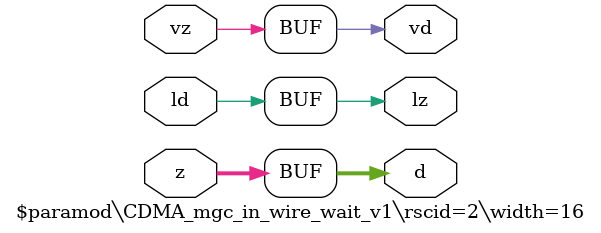
<source format=v>
module \$paramod\CDMA_mgc_in_wire_wait_v1\rscid=2\width=16 (ld, vd, d, lz, vz, z);
  (* src = "./vmod/nvdla/cdma/NV_NVDLA_CDMA_CVT_cell.v:14" *)
  output [15:0] d;
  (* src = "./vmod/nvdla/cdma/NV_NVDLA_CDMA_CVT_cell.v:12" *)
  input ld;
  (* src = "./vmod/nvdla/cdma/NV_NVDLA_CDMA_CVT_cell.v:15" *)
  output lz;
  (* src = "./vmod/nvdla/cdma/NV_NVDLA_CDMA_CVT_cell.v:13" *)
  output vd;
  (* src = "./vmod/nvdla/cdma/NV_NVDLA_CDMA_CVT_cell.v:16" *)
  input vz;
  (* src = "./vmod/nvdla/cdma/NV_NVDLA_CDMA_CVT_cell.v:17" *)
  input [15:0] z;
  assign d = z;
  assign lz = ld;
  assign vd = vz;
endmodule

</source>
